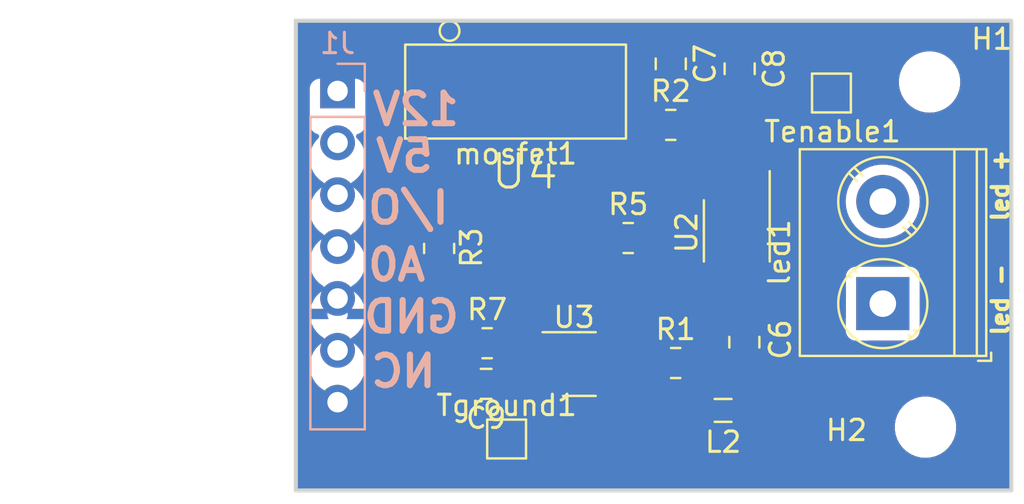
<source format=kicad_pcb>
(kicad_pcb (version 20221018) (generator pcbnew)
  (layers (0 "F.Cu" signal) (31 "B.Cu" signal) (34 "B.Paste" user) (35 "F.Paste" user) (36 "B.SilkS" user "B.Silkscreen") (37 "F.SilkS" user "F.Silkscreen") (38 "B.Mask" user) (39 "F.Mask" user) (44 "Edge.Cuts" user))
  (net 0 "")
  (net 1 "Net-(U2-SW)")
  (net 2 "GND")
  (net 3 "Net-(U2-BOOST)")
  (net 4 "/I{slash}0_{0}")
  (net 5 "Net-(U2-Vcc)")
  (net 6 "+12V")
  (net 7 "/stroom+")
  (net 8 "/enable")
  (net 9 "/led+")
  (net 10 "+3.3V")
  (net 11 "/sda")
  (net 12 "/scl")
  (net 13 "/ad0")
  (net 14 "Net-(U2-EN)")
  (net 15 "/R_{digin}")
  (net 16 "/R_{digout}")
  (footprint "Resistor_SMD:R_0805_2012Metric_Pad1.20x1.40mm_HandSolder" (layer "F.Cu") (at 89.36 87.79)
    (fp_text reference "R7" (at 0 -1.65) (layer "F.SilkS"))
    (fp_text value "Rl")
    (fp_line (start -0.227064 -0.735) (end 0.227064 -0.735) (stroke (width 0.12)) (layer "F.SilkS"))
    (fp_line (start -0.227064 0.735) (end 0.227064 0.735) (stroke (width 0.12)) (layer "F.SilkS"))
    (pad "1" smd roundrect (at -1 0) (size 1.2 1.4) (layers "F.Cu" "F.Paste" "F.Mask") (roundrect_rratio 0.208333) (net 2 "GND"))
    (pad "2" smd roundrect (at 1 0) (size 1.2 1.4) (layers "F.Cu" "F.Paste" "F.Mask") (roundrect_rratio 0.208333) (net 13 "/ad0"))
  )
  (footprint "Capacitor_SMD:C_0805_2012Metric_Pad1.18x1.45mm_HandSolder" (layer "F.Cu") (at 89.31 89.78 180)
    (fp_text reference "C9" (at 0 -1.68) (layer "F.SilkS"))
    (fp_text value "C_out")
    (fp_line (start -0.261252 -0.735) (end 0.261252 -0.735) (stroke (width 0.12)) (layer "F.SilkS"))
    (fp_line (start -0.261252 0.735) (end 0.261252 0.735) (stroke (width 0.12)) (layer "F.SilkS"))
    (pad "1" smd roundrect (at -1.0375 0 180) (size 1.175 1.45) (layers "F.Cu" "F.Paste" "F.Mask") (roundrect_rratio 0.212766) (net 7 "/stroom+"))
    (pad "2" smd roundrect (at 1.0375 0 180) (size 1.175 1.45) (layers "F.Cu" "F.Paste" "F.Mask") (roundrect_rratio 0.212766) (net 2 "GND"))
  )
  (footprint "Resistor_SMD:R_0805_2012Metric_Pad1.20x1.40mm_HandSolder" (layer "F.Cu") (at 87.01 83.15 90)
    (fp_text reference "R3" (at 0.04 1.58 90) (layer "F.SilkS"))
    (fp_text value "R50K")
    (fp_line (start -0.227064 -0.735) (end 0.227064 -0.735) (stroke (width 0.12)) (layer "F.SilkS"))
    (fp_line (start -0.227064 0.735) (end 0.227064 0.735) (stroke (width 0.12)) (layer "F.SilkS"))
    (pad "1" smd roundrect (at -1 0 90) (size 1.2 1.4) (layers "F.Cu" "F.Paste" "F.Mask") (roundrect_rratio 0.208333) (net 7 "/stroom+"))
    (pad "2" smd roundrect (at 1 0 90) (size 1.2 1.4) (layers "F.Cu" "F.Paste" "F.Mask") (roundrect_rratio 0.208333) (net 15 "/R_{digin}"))
  )
  (footprint "own-footprints:AQY211EHAZ" (layer "F.Cu") (at 90.75 75.47 90)
    (fp_text reference "mosfet1" (at -3.048 0 unlocked) (layer "F.SilkS"))
    (fp_text value "TLP222A")
    (fp_rect (start -2.3 -5.4) (end 2.3 5.4) (stroke (width 0.12)) (fill none) (layer "F.SilkS"))
    (fp_circle (center 2.97 -3.23) (end 2.66 -3.6) (stroke (width 0.12)) (fill none) (layer "F.SilkS"))
    (pad "1" smd roundrect (at 1.27 -4.150004 180) (size 1.9 1.5) (layers "F.Cu" "F.Paste" "F.Mask") (net 4 "/I{slash}0_{0}"))
    (pad "2" smd roundrect (at -1.27 -4.150004 180) (size 1.9 1.5) (layers "F.Cu" "F.Paste" "F.Mask") (net 2 "GND"))
    (pad "3" smd roundrect (at -1.27 4.149996 180) (size 1.9 1.5) (layers "F.Cu" "F.Paste" "F.Mask") (net 8 "/enable"))
    (pad "4" smd roundrect (at 1.27 4.149996 180) (size 1.9 1.5) (layers "F.Cu" "F.Paste" "F.Mask") (net 6 "+12V"))
  )
  (footprint "MountingHole:MountingHole_2.5mm" (layer "F.Cu") (at 110.9 91.9)
    (fp_text reference "H2" (at -3.966 0.154) (layer "F.SilkS"))
    (fp_text value "MountingHole_Pad")
    (pad "" np_thru_hole circle (at -0.1 0) (size 2.5 2.5) (drill 2.5) (layers "F&B.Cu" "*.Mask"))
  )
  (footprint "TestPoint:TestPoint_Pad_1.5x1.5mm" (layer "F.Cu") (at 90.31 92.48)
    (fp_text reference "Tground1" (at 0 -1.648) (layer "F.SilkS"))
    (fp_text value "gnd")
    (fp_line (start -0.95 -0.95) (end 0.95 -0.95) (stroke (width 0.12)) (layer "F.SilkS"))
    (fp_line (start -0.95 0.95) (end -0.95 -0.95) (stroke (width 0.12)) (layer "F.SilkS"))
    (fp_line (start 0.95 -0.95) (end 0.95 0.95) (stroke (width 0.12)) (layer "F.SilkS"))
    (fp_line (start 0.95 0.95) (end -0.95 0.95) (stroke (width 0.12)) (layer "F.SilkS"))
    (pad "1" smd rect (at 0 0) (size 1.5 1.5) (layers "F.Cu" "F.Mask") (net 2 "GND"))
  )
  (footprint "Capacitor_SMD:C_0805_2012Metric_Pad1.18x1.45mm_HandSolder" (layer "F.Cu") (at 101.94 87.74 90)
    (fp_text reference "C6" (at 0.13 1.76 90) (layer "F.SilkS"))
    (fp_text value "C_boost")
    (fp_line (start -0.261252 -0.735) (end 0.261252 -0.735) (stroke (width 0.12)) (layer "F.SilkS"))
    (fp_line (start -0.261252 0.735) (end 0.261252 0.735) (stroke (width 0.12)) (layer "F.SilkS"))
    (pad "1" smd roundrect (at -1.0375 0 90) (size 1.175 1.45) (layers "F.Cu" "F.Paste" "F.Mask") (roundrect_rratio 0.212766) (net 1 "Net-(U2-SW)"))
    (pad "2" smd roundrect (at 1.0375 0 90) (size 1.175 1.45) (layers "F.Cu" "F.Paste" "F.Mask") (roundrect_rratio 0.212766) (net 3 "Net-(U2-BOOST)"))
  )
  (footprint "TestPoint:TestPoint_Pad_1.5x1.5mm" (layer "F.Cu") (at 106.2 75.54)
    (fp_text reference "Tenable1" (at 0.05 1.89) (layer "F.SilkS"))
    (fp_text value "enable")
    (fp_line (start -0.95 -0.95) (end 0.95 -0.95) (stroke (width 0.12)) (layer "F.SilkS"))
    (fp_line (start -0.95 0.95) (end -0.95 -0.95) (stroke (width 0.12)) (layer "F.SilkS"))
    (fp_line (start 0.95 -0.95) (end 0.95 0.95) (stroke (width 0.12)) (layer "F.SilkS"))
    (fp_line (start 0.95 0.95) (end -0.95 0.95) (stroke (width 0.12)) (layer "F.SilkS"))
    (pad "1" smd rect (at 0 0) (size 1.5 1.5) (layers "F.Cu" "F.Mask") (net 8 "/enable"))
  )
  (footprint "Package_TO_SOT_SMD:SOT-23-5" (layer "F.Cu") (at 93.87 88.81)
    (fp_text reference "U3" (at -0.26 -2.29) (layer "F.SilkS"))
    (fp_text value "INA169")
    (fp_line (start 0 -1.56) (end -1.8 -1.56) (stroke (width 0.12)) (layer "F.SilkS"))
    (fp_line (start 0 -1.56) (end 0.8 -1.56) (stroke (width 0.12)) (layer "F.SilkS"))
    (fp_line (start 0 1.56) (end -0.8 1.56) (stroke (width 0.12)) (layer "F.SilkS"))
    (fp_line (start 0 1.56) (end 0.8 1.56) (stroke (width 0.12)) (layer "F.SilkS"))
    (pad "1" smd roundrect (at -1.1375 -0.95) (size 1.325 0.6) (layers "F.Cu" "F.Paste" "F.Mask") (net 13 "/ad0"))
    (pad "2" smd roundrect (at -1.1375 0) (size 1.325 0.6) (layers "F.Cu" "F.Paste" "F.Mask") (net 2 "GND"))
    (pad "3" smd roundrect (at -1.1375 0.95) (size 1.325 0.6) (layers "F.Cu" "F.Paste" "F.Mask") (net 7 "/stroom+"))
    (pad "4" smd roundrect (at 1.1375 0.95) (size 1.325 0.6) (layers "F.Cu" "F.Paste" "F.Mask") (net 9 "/led+"))
    (pad "5" smd roundrect (at 1.1375 -0.95) (size 1.325 0.6) (layers "F.Cu" "F.Paste" "F.Mask") (net 10 "+3.3V"))
  )
  (footprint "TerminalBlock_Phoenix:TerminalBlock_Phoenix_PT-1,5-2-5.0-H_1x02_P5.00mm_Horizontal" (layer "F.Cu") (at 108.712 85.852 90)
    (fp_text reference "led1" (at 2.5 -5.06 90) (layer "F.SilkS"))
    (fp_text value "led")
    (fp_line (start -2.8 4.66) (end -2.8 5.3) (stroke (width 0.12)) (layer "F.SilkS"))
    (fp_line (start -2.8 5.3) (end -2.4 5.3) (stroke (width 0.12)) (layer "F.SilkS"))
    (fp_line (start -2.56 -4.06) (end -2.56 5.06) (stroke (width 0.12)) (layer "F.SilkS"))
    (fp_line (start -2.56 -4.06) (end 7.56 -4.06) (stroke (width 0.12)) (layer "F.SilkS"))
    (fp_line (start -2.56 3.5) (end 7.56 3.5) (stroke (width 0.12)) (layer "F.SilkS"))
    (fp_line (start -2.56 4.6) (end 7.56 4.6) (stroke (width 0.12)) (layer "F.SilkS"))
    (fp_line (start -2.56 5.06) (end 7.56 5.06) (stroke (width 0.12)) (layer "F.SilkS"))
    (fp_line (start -1.548 1.281) (end -1.654 1.388) (stroke (width 0.12)) (layer "F.SilkS"))
    (fp_line (start -1.282 1.547) (end -1.388 1.654) (stroke (width 0.12)) (layer "F.SilkS"))
    (fp_line (start 1.388 -1.654) (end 1.281 -1.547) (stroke (width 0.12)) (layer "F.SilkS"))
    (fp_line (start 1.654 -1.388) (end 1.547 -1.281) (stroke (width 0.12)) (layer "F.SilkS"))
    (fp_line (start 3.742 0.992) (end 3.347 1.388) (stroke (width 0.12)) (layer "F.SilkS"))
    (fp_line (start 3.993 1.274) (end 3.613 1.654) (stroke (width 0.12)) (layer "F.SilkS"))
    (fp_line (start 6.388 -1.654) (end 6.008 -1.274) (stroke (width 0.12)) (layer "F.SilkS"))
    (fp_line (start 6.654 -1.388) (end 6.259 -0.992) (stroke (width 0.12)) (layer "F.SilkS"))
    (fp_line (start 7.56 -4.06) (end 7.56 5.06) (stroke (width 0.12)) (layer "F.SilkS"))
    (fp_circle (center 0 0) (end 2.18 0) (stroke (width 0.12)) (fill none) (layer "F.SilkS"))
    (fp_circle (center 5 0) (end 7.18 0) (stroke (width 0.12)) (fill none) (layer "F.SilkS"))
    (pad "1" thru_hole rect (at 0 0 90) (size 2.6 2.6) (drill 1.3) (layers "*.Cu" "*.Mask") (net 2 "GND"))
    (pad "2" thru_hole circle (at 5 0 90) (size 2.6 2.6) (drill 1.3) (layers "*.Cu" "*.Mask") (net 9 "/led+"))
  )
  (footprint "Resistor_SMD:R_0805_2012Metric_Pad1.20x1.40mm_HandSolder" (layer "F.Cu") (at 98.34 77.1)
    (fp_text reference "R2" (at 0 -1.65) (layer "F.SilkS"))
    (fp_text value "R_en")
    (fp_line (start -0.227064 -0.735) (end 0.227064 -0.735) (stroke (width 0.12)) (layer "F.SilkS"))
    (fp_line (start -0.227064 0.735) (end 0.227064 0.735) (stroke (width 0.12)) (layer "F.SilkS"))
    (pad "1" smd roundrect (at -1 0) (size 1.2 1.4) (layers "F.Cu" "F.Paste" "F.Mask") (roundrect_rratio 0.208333) (net 8 "/enable"))
    (pad "2" smd roundrect (at 1 0) (size 1.2 1.4) (layers "F.Cu" "F.Paste" "F.Mask") (roundrect_rratio 0.208333) (net 14 "Net-(U2-EN)"))
  )
  (footprint "Resistor_SMD:R_0805_2012Metric_Pad1.20x1.40mm_HandSolder" (layer "F.Cu") (at 96.26 82.64)
    (fp_text reference "R5" (at 0 -1.65) (layer "F.SilkS"))
    (fp_text value "Rb")
    (fp_line (start -0.227064 -0.735) (end 0.227064 -0.735) (stroke (width 0.12)) (layer "F.SilkS"))
    (fp_line (start -0.227064 0.735) (end 0.227064 0.735) (stroke (width 0.12)) (layer "F.SilkS"))
    (pad "1" smd roundrect (at -1 0) (size 1.2 1.4) (layers "F.Cu" "F.Paste" "F.Mask") (roundrect_rratio 0.208333) (net 16 "/R_{digout}"))
    (pad "2" smd roundrect (at 1 0) (size 1.2 1.4) (layers "F.Cu" "F.Paste" "F.Mask") (roundrect_rratio 0.208333) (net 2 "GND"))
  )
  (footprint "Inductor_SMD:L_0805_2012Metric_Pad1.05x1.20mm_HandSolder" (layer "F.Cu") (at 100.9 91.08 180)
    (fp_text reference "L2" (at 0 -1.55) (layer "F.SilkS"))
    (fp_text value "L_Small")
    (fp_line (start -0.410242 -0.56) (end 0.410242 -0.56) (stroke (width 0.12)) (layer "F.SilkS"))
    (fp_line (start -0.410242 0.56) (end 0.410242 0.56) (stroke (width 0.12)) (layer "F.SilkS"))
    (pad "1" smd roundrect (at -1.15 0 180) (size 1.05 1.2) (layers "F.Cu" "F.Paste" "F.Mask") (roundrect_rratio 0.238095) (net 1 "Net-(U2-SW)"))
    (pad "2" smd roundrect (at 1.15 0 180) (size 1.05 1.2) (layers "F.Cu" "F.Paste" "F.Mask") (roundrect_rratio 0.238095) (net 7 "/stroom+"))
  )
  (footprint "MountingHole:MountingHole_2.5mm" (layer "F.Cu") (at 111 75)
    (fp_text reference "H1" (at 3.046 -2.102) (layer "F.SilkS"))
    (fp_text value "MountingHole_Pad")
    (pad "" np_thru_hole circle (at 0 0) (size 2.5 2.5) (drill 2.5) (layers "*.Cu" "*.Mask"))
  )
  (footprint "Capacitor_SMD:C_0805_2012Metric_Pad1.18x1.45mm_HandSolder" (layer "F.Cu") (at 98.34 74.11 -90)
    (fp_text reference "C7" (at 0 -1.68 90) (layer "F.SilkS"))
    (fp_text value "C_Small")
    (fp_line (start -0.261252 -0.735) (end 0.261252 -0.735) (stroke (width 0.12)) (layer "F.SilkS"))
    (fp_line (start -0.261252 0.735) (end 0.261252 0.735) (stroke (width 0.12)) (layer "F.SilkS"))
    (pad "1" smd roundrect (at -1.0375 0 270) (size 1.175 1.45) (layers "F.Cu" "F.Paste" "F.Mask") (roundrect_rratio 0.212766) (net 2 "GND"))
    (pad "2" smd roundrect (at 1.0375 0 270) (size 1.175 1.45) (layers "F.Cu" "F.Paste" "F.Mask") (roundrect_rratio 0.212766) (net 8 "/enable"))
  )
  (footprint "own-footprints:SOT65P280X145-8N" (layer "F.Cu") (at 91.34 81.71 180)
    (fp_text reference "U4" (at 0.14 2.32) (layer "F.SilkS") (effects (font (size 1.644205 1.644205))))
    (fp_text value "AD5245BRJZ50-RL7")
    (pad "1" smd rect (at -1.1684 -0.9652 180) (size 1.524 0.4318) (layers "F.Cu" "F.Paste" "F.Mask") (net 16 "/R_{digout}"))
    (pad "2" smd rect (at -1.1684 -0.3302 180) (size 1.524 0.4318) (layers "F.Cu" "F.Paste" "F.Mask") (net 10 "+3.3V"))
    (pad "3" smd rect (at -1.1684 0.3302 180) (size 1.524 0.4318) (layers "F.Cu" "F.Paste" "F.Mask") (net 2 "GND"))
    (pad "4" smd rect (at -1.1684 0.9652 180) (size 1.524 0.4318) (layers "F.Cu" "F.Paste" "F.Mask") (net 12 "/scl"))
    (pad "5" smd rect (at 1.1684 0.9652 180) (size 1.524 0.4318) (layers "F.Cu" "F.Paste" "F.Mask") (net 11 "/sda"))
    (pad "6" smd rect (at 1.1684 0.3302 180) (size 1.524 0.4318) (layers "F.Cu" "F.Paste" "F.Mask") (net 13 "/ad0"))
    (pad "7" smd rect (at 1.1684 -0.3302 180) (size 1.524 0.4318) (layers "F.Cu" "F.Paste" "F.Mask") (net 15 "/R_{digin}"))
    (pad "8" smd rect (at 1.1684 -0.9652 180) (size 1.524 0.4318) (layers "F.Cu" "F.Paste" "F.Mask"))
  )
  (footprint "Resistor_SMD:R_0805_2012Metric_Pad1.20x1.40mm_HandSolder" (layer "F.Cu") (at 98.58 88.76)
    (fp_text reference "R1" (at 0 -1.65) (layer "F.SilkS"))
    (fp_text value "Rs")
    (fp_line (start -0.227064 -0.735) (end 0.227064 -0.735) (stroke (width 0.12)) (layer "F.SilkS"))
    (fp_line (start -0.227064 0.735) (end 0.227064 0.735) (stroke (width 0.12)) (layer "F.SilkS"))
    (pad "1" smd roundrect (at -1 0) (size 1.2 1.4) (layers "F.Cu" "F.Paste" "F.Mask") (roundrect_rratio 0.208333) (net 9 "/led+"))
    (pad "2" smd roundrect (at 1 0) (size 1.2 1.4) (layers "F.Cu" "F.Paste" "F.Mask") (roundrect_rratio 0.208333) (net 7 "/stroom+"))
  )
  (footprint "Package_SO:MSOP-8_3x3mm_P0.65mm" (layer "F.Cu") (at 101.57 82.29 -90)
    (fp_text reference "U2" (at 0.08 2.45 90) (layer "F.SilkS"))
    (fp_text value "MCP16311MS")
    (fp_line (start 0 -1.61) (end -2.925 -1.61) (stroke (width 0.12)) (layer "F.SilkS"))
    (fp_line (start 0 -1.61) (end 1.5 -1.61) (stroke (width 0.12)) (layer "F.SilkS"))
    (fp_line (start 0 1.61) (end -1.5 1.61) (stroke (width 0.12)) (layer "F.SilkS"))
    (fp_line (start 0 1.61) (end 1.5 1.61) (stroke (width 0.12)) (layer "F.SilkS"))
    (pad "1" smd roundrect (at -2.1125 -0.975 270) (size 1.625 0.4) (layers "F.Cu" "F.Paste" "F.Mask"))
    (pad "2" smd roundrect (at -2.1125 -0.325 270) (size 1.625 0.4) (layers "F.Cu" "F.Paste" "F.Mask") (net 5 "Net-(U2-Vcc)"))
    (pad "3" smd roundrect (at -2.1125 0.325 270) (size 1.625 0.4) (layers "F.Cu" "F.Paste" "F.Mask") (net 14 "Net-(U2-EN)"))
    (pad "4" smd roundrect (at -2.1125 0.975 270) (size 1.625 0.4) (layers "F.Cu" "F.Paste" "F.Mask") (net 8 "/enable"))
    (pad "5" smd roundrect (at 2.1125 0.975 270) (size 1.625 0.4) (layers "F.Cu" "F.Paste" "F.Mask") (net 2 "GND"))
    (pad "6" smd roundrect (at 2.1125 0.325 270) (size 1.625 0.4) (layers "F.Cu" "F.Paste" "F.Mask") (net 1 "Net-(U2-SW)"))
    (pad "7" smd roundrect (at 2.1125 -0.325 270) (size 1.625 0.4) (layers "F.Cu" "F.Paste" "F.Mask") (net 3 "Net-(U2-BOOST)"))
    (pad "8" smd roundrect (at 2.1125 -0.975 270) (size 1.625 0.4) (layers "F.Cu" "F.Paste" "F.Mask") (net 2 "GND"))
  )
  (footprint "Capacitor_SMD:C_0805_2012Metric_Pad1.18x1.45mm_HandSolder" (layer "F.Cu") (at 101.71 74.35 -90)
    (fp_text reference "C8" (at 0 -1.68 90) (layer "F.SilkS"))
    (fp_text value "Cvcc")
    (fp_line (start -0.261252 -0.735) (end 0.261252 -0.735) (stroke (width 0.12)) (layer "F.SilkS"))
    (fp_line (start -0.261252 0.735) (end 0.261252 0.735) (stroke (width 0.12)) (layer "F.SilkS"))
    (pad "1" smd roundrect (at -1.0375 0 270) (size 1.175 1.45) (layers "F.Cu" "F.Paste" "F.Mask") (roundrect_rratio 0.212766) (net 2 "GND"))
    (pad "2" smd roundrect (at 1.0375 0 270) (size 1.175 1.45) (layers "F.Cu" "F.Paste" "F.Mask") (roundrect_rratio 0.212766) (net 5 "Net-(U2-Vcc)"))
  )
  (footprint "Connector_PinHeader_2.54mm:PinHeader_1x07_P2.54mm_Vertical" (layer "B.Cu") (at 82.042 75.438 180)
    (fp_text reference "J1" (at 0 2.33) (layer "B.SilkS") (effects (justify mirror)))
    (fp_text value "Conn_01x07_Pin")
    (fp_line (start -1.33 -16.57) (end 1.33 -16.57) (stroke (width 0.12)) (layer "B.SilkS"))
    (fp_line (start -1.33 -1.27) (end -1.33 -16.57) (stroke (width 0.12)) (layer "B.SilkS"))
    (fp_line (start -1.33 -1.27) (end 1.33 -1.27) (stroke (width 0.12)) (layer "B.SilkS"))
    (fp_line (start -1.33 0) (end -1.33 1.33) (stroke (width 0.12)) (layer "B.SilkS"))
    (fp_line (start -1.33 1.33) (end 0 1.33) (stroke (width 0.12)) (layer "B.SilkS"))
    (fp_line (start 1.33 -1.27) (end 1.33 -16.57) (stroke (width 0.12)) (layer "B.SilkS"))
    (pad "1" thru_hole rect (at 0 0 180) (size 1.7 1.7) (drill 1) (layers "*.Cu" "*.Mask") (net 6 "+12V"))
    (pad "2" thru_hole oval (at 0 -2.54 180) (size 1.7 1.7) (drill 1) (layers "*.Cu" "*.Mask") (net 10 "+3.3V"))
    (pad "3" thru_hole oval (at 0 -5.08 180) (size 1.7 1.7) (drill 1) (layers "*.Cu" "*.Mask") (net 4 "/I{slash}0_{0}"))
    (pad "4" thru_hole oval (at 0 -7.62 180) (size 1.7 1.7) (drill 1) (layers "*.Cu" "*.Mask") (net 12 "/scl"))
    (pad "5" thru_hole oval (at 0 -10.16 180) (size 1.7 1.7) (drill 1) (layers "*.Cu" "*.Mask") (net 11 "/sda"))
    (pad "6" thru_hole oval (at 0 -12.7 180) (size 1.7 1.7) (drill 1) (layers "*.Cu" "*.Mask") (net 13 "/ad0"))
    (pad "7" thru_hole oval (at 0 -15.24 180) (size 1.7 1.7) (drill 1) (layers "*.Cu" "*.Mask") (net 2 "GND"))
  )
  (gr_rect (start 80 72) (end 115 95) (stroke (width 0.2)) (fill none) (layer "Edge.Cuts"))
  (gr_text "NC" (at 86.995 90.043) (layer "B.SilkS") (effects (font (size 1.5 1.5) (thickness 0.3) bold) (justify left bottom mirror)))
  (gr_text "12V" (at 88.138 77.216) (layer "B.SilkS") (effects (font (size 1.5 1.5) (thickness 0.3) bold) (justify left bottom mirror)))
  (gr_text "I/O\n" (at 87.63 82.042) (layer "B.SilkS") (effects (font (size 1.5 1.5) (thickness 0.3) bold) (justify left bottom mirror)))
  (gr_text "A0" (at 86.487 84.836) (layer "B.SilkS") (effects (font (size 1.5 1.5) (thickness 0.3) bold) (justify left bottom mirror)))
  (gr_text "5V\n" (at 86.868 79.502) (layer "B.SilkS") (effects (font (size 1.5 1.5) (thickness 0.3) bold) (justify left bottom mirror)))
  (gr_text "GND\n" (at 88.138 87.376) (layer "B.SilkS") (effects (font (size 1.5 1.5) (thickness 0.3) bold) (justify left bottom mirror)))
  (gr_text "led +" (at 114.935 81.915 90) (layer "F.SilkS") (effects (font (size 0.8 0.8) (thickness 0.2) bold) (justify left bottom)))
  (gr_text "led -\n" (at 114.935 87.503 90) (layer "F.SilkS") (effects (font (size 0.8 0.8) (thickness 0.2) bold) (justify left bottom)))
  (segment (start 101.94 88.7775) (end 102.05 88.8875) (width 0.25) (layer "F.Cu") (net 1))
  (segment (start 102.05 88.8875) (end 102.05 91.08) (width 0.25) (layer "F.Cu") (net 1))
  (segment (start 101.895 75.5725) (end 101.895 80.1775) (width 0.25) (layer "F.Cu") (net 5))
  (segment (start 101.71 75.3875) (end 101.895 75.5725) (width 0.25) (layer "F.Cu") (net 5))
  (segment (start 98.34 76.1) (end 97.34 77.1) (width 0.25) (layer "F.Cu") (net 8))
  (segment (start 97.34 77.1) (end 95.259996 77.1) (width 0.25) (layer "F.Cu") (net 8))
  (segment (start 95.259996 77.1) (end 94.899996 76.74) (width 0.25) (layer "F.Cu") (net 8))
  (segment (start 98.34 75.1475) (end 98.34 76.1) (width 0.25) (layer "F.Cu") (net 8))
  (segment (start 99.34 77.1) (end 99.34 77.508959) (width 0.25) (layer "F.Cu") (net 14))
  (segment (start 101.245 79.413959) (end 101.245 80.1775) (width 0.25) (layer "F.Cu") (net 14))
  (segment (start 99.34 77.508959) (end 101.245 79.413959) (width 0.25) (layer "F.Cu") (net 14))
  (zone (net 2) (net_name "GND") (layers "F&B.Cu") (connect_pads (clearance 0.508)) (min_thickness 0.25) (fill yes (thermal_gap 0.5) (thermal_bridge_width 0.5))
    (polygon (pts (xy 115.062 71.882) (xy 80.01 71.882) (xy 80.01 94.996) (xy 115.062 94.996)))
  )
)
</source>
